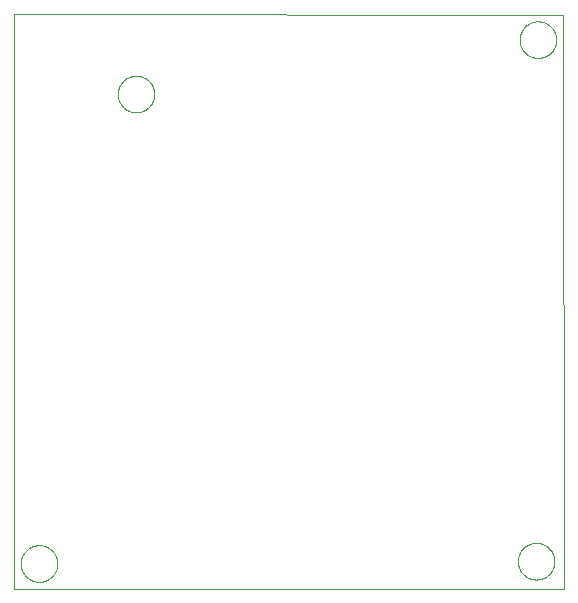
<source format=gbo>
G75*
%MOIN*%
%OFA0B0*%
%FSLAX25Y25*%
%IPPOS*%
%LPD*%
%AMOC8*
5,1,8,0,0,1.08239X$1,22.5*
%
%ADD10C,0.00000*%
D10*
X0006767Y0002139D02*
X0006829Y0193509D01*
X0189917Y0193413D01*
X0190175Y0002107D01*
X0006767Y0002139D01*
X0009099Y0010474D02*
X0009101Y0010630D01*
X0009107Y0010786D01*
X0009117Y0010941D01*
X0009131Y0011096D01*
X0009149Y0011251D01*
X0009171Y0011405D01*
X0009196Y0011559D01*
X0009226Y0011712D01*
X0009260Y0011864D01*
X0009297Y0012016D01*
X0009338Y0012166D01*
X0009383Y0012315D01*
X0009432Y0012463D01*
X0009485Y0012610D01*
X0009541Y0012755D01*
X0009601Y0012899D01*
X0009665Y0013041D01*
X0009733Y0013182D01*
X0009804Y0013320D01*
X0009878Y0013457D01*
X0009956Y0013592D01*
X0010037Y0013725D01*
X0010122Y0013856D01*
X0010210Y0013985D01*
X0010301Y0014111D01*
X0010396Y0014235D01*
X0010493Y0014356D01*
X0010594Y0014475D01*
X0010698Y0014592D01*
X0010804Y0014705D01*
X0010914Y0014816D01*
X0011026Y0014924D01*
X0011141Y0015029D01*
X0011259Y0015132D01*
X0011379Y0015231D01*
X0011502Y0015327D01*
X0011627Y0015420D01*
X0011754Y0015509D01*
X0011884Y0015596D01*
X0012016Y0015679D01*
X0012150Y0015758D01*
X0012286Y0015835D01*
X0012424Y0015907D01*
X0012563Y0015977D01*
X0012705Y0016042D01*
X0012848Y0016104D01*
X0012992Y0016162D01*
X0013138Y0016217D01*
X0013286Y0016268D01*
X0013434Y0016315D01*
X0013584Y0016358D01*
X0013735Y0016397D01*
X0013887Y0016433D01*
X0014039Y0016464D01*
X0014193Y0016492D01*
X0014347Y0016516D01*
X0014501Y0016536D01*
X0014656Y0016552D01*
X0014812Y0016564D01*
X0014967Y0016572D01*
X0015123Y0016576D01*
X0015279Y0016576D01*
X0015435Y0016572D01*
X0015590Y0016564D01*
X0015746Y0016552D01*
X0015901Y0016536D01*
X0016055Y0016516D01*
X0016209Y0016492D01*
X0016363Y0016464D01*
X0016515Y0016433D01*
X0016667Y0016397D01*
X0016818Y0016358D01*
X0016968Y0016315D01*
X0017116Y0016268D01*
X0017264Y0016217D01*
X0017410Y0016162D01*
X0017554Y0016104D01*
X0017697Y0016042D01*
X0017839Y0015977D01*
X0017978Y0015907D01*
X0018116Y0015835D01*
X0018252Y0015758D01*
X0018386Y0015679D01*
X0018518Y0015596D01*
X0018648Y0015509D01*
X0018775Y0015420D01*
X0018900Y0015327D01*
X0019023Y0015231D01*
X0019143Y0015132D01*
X0019261Y0015029D01*
X0019376Y0014924D01*
X0019488Y0014816D01*
X0019598Y0014705D01*
X0019704Y0014592D01*
X0019808Y0014475D01*
X0019909Y0014356D01*
X0020006Y0014235D01*
X0020101Y0014111D01*
X0020192Y0013985D01*
X0020280Y0013856D01*
X0020365Y0013725D01*
X0020446Y0013592D01*
X0020524Y0013457D01*
X0020598Y0013320D01*
X0020669Y0013182D01*
X0020737Y0013041D01*
X0020801Y0012899D01*
X0020861Y0012755D01*
X0020917Y0012610D01*
X0020970Y0012463D01*
X0021019Y0012315D01*
X0021064Y0012166D01*
X0021105Y0012016D01*
X0021142Y0011864D01*
X0021176Y0011712D01*
X0021206Y0011559D01*
X0021231Y0011405D01*
X0021253Y0011251D01*
X0021271Y0011096D01*
X0021285Y0010941D01*
X0021295Y0010786D01*
X0021301Y0010630D01*
X0021303Y0010474D01*
X0021301Y0010318D01*
X0021295Y0010162D01*
X0021285Y0010007D01*
X0021271Y0009852D01*
X0021253Y0009697D01*
X0021231Y0009543D01*
X0021206Y0009389D01*
X0021176Y0009236D01*
X0021142Y0009084D01*
X0021105Y0008932D01*
X0021064Y0008782D01*
X0021019Y0008633D01*
X0020970Y0008485D01*
X0020917Y0008338D01*
X0020861Y0008193D01*
X0020801Y0008049D01*
X0020737Y0007907D01*
X0020669Y0007766D01*
X0020598Y0007628D01*
X0020524Y0007491D01*
X0020446Y0007356D01*
X0020365Y0007223D01*
X0020280Y0007092D01*
X0020192Y0006963D01*
X0020101Y0006837D01*
X0020006Y0006713D01*
X0019909Y0006592D01*
X0019808Y0006473D01*
X0019704Y0006356D01*
X0019598Y0006243D01*
X0019488Y0006132D01*
X0019376Y0006024D01*
X0019261Y0005919D01*
X0019143Y0005816D01*
X0019023Y0005717D01*
X0018900Y0005621D01*
X0018775Y0005528D01*
X0018648Y0005439D01*
X0018518Y0005352D01*
X0018386Y0005269D01*
X0018252Y0005190D01*
X0018116Y0005113D01*
X0017978Y0005041D01*
X0017839Y0004971D01*
X0017697Y0004906D01*
X0017554Y0004844D01*
X0017410Y0004786D01*
X0017264Y0004731D01*
X0017116Y0004680D01*
X0016968Y0004633D01*
X0016818Y0004590D01*
X0016667Y0004551D01*
X0016515Y0004515D01*
X0016363Y0004484D01*
X0016209Y0004456D01*
X0016055Y0004432D01*
X0015901Y0004412D01*
X0015746Y0004396D01*
X0015590Y0004384D01*
X0015435Y0004376D01*
X0015279Y0004372D01*
X0015123Y0004372D01*
X0014967Y0004376D01*
X0014812Y0004384D01*
X0014656Y0004396D01*
X0014501Y0004412D01*
X0014347Y0004432D01*
X0014193Y0004456D01*
X0014039Y0004484D01*
X0013887Y0004515D01*
X0013735Y0004551D01*
X0013584Y0004590D01*
X0013434Y0004633D01*
X0013286Y0004680D01*
X0013138Y0004731D01*
X0012992Y0004786D01*
X0012848Y0004844D01*
X0012705Y0004906D01*
X0012563Y0004971D01*
X0012424Y0005041D01*
X0012286Y0005113D01*
X0012150Y0005190D01*
X0012016Y0005269D01*
X0011884Y0005352D01*
X0011754Y0005439D01*
X0011627Y0005528D01*
X0011502Y0005621D01*
X0011379Y0005717D01*
X0011259Y0005816D01*
X0011141Y0005919D01*
X0011026Y0006024D01*
X0010914Y0006132D01*
X0010804Y0006243D01*
X0010698Y0006356D01*
X0010594Y0006473D01*
X0010493Y0006592D01*
X0010396Y0006713D01*
X0010301Y0006837D01*
X0010210Y0006963D01*
X0010122Y0007092D01*
X0010037Y0007223D01*
X0009956Y0007356D01*
X0009878Y0007491D01*
X0009804Y0007628D01*
X0009733Y0007766D01*
X0009665Y0007907D01*
X0009601Y0008049D01*
X0009541Y0008193D01*
X0009485Y0008338D01*
X0009432Y0008485D01*
X0009383Y0008633D01*
X0009338Y0008782D01*
X0009297Y0008932D01*
X0009260Y0009084D01*
X0009226Y0009236D01*
X0009196Y0009389D01*
X0009171Y0009543D01*
X0009149Y0009697D01*
X0009131Y0009852D01*
X0009117Y0010007D01*
X0009107Y0010162D01*
X0009101Y0010318D01*
X0009099Y0010474D01*
X0041414Y0166952D02*
X0041416Y0167108D01*
X0041422Y0167264D01*
X0041432Y0167419D01*
X0041446Y0167574D01*
X0041464Y0167729D01*
X0041486Y0167883D01*
X0041511Y0168037D01*
X0041541Y0168190D01*
X0041575Y0168342D01*
X0041612Y0168494D01*
X0041653Y0168644D01*
X0041698Y0168793D01*
X0041747Y0168941D01*
X0041800Y0169088D01*
X0041856Y0169233D01*
X0041916Y0169377D01*
X0041980Y0169519D01*
X0042048Y0169660D01*
X0042119Y0169798D01*
X0042193Y0169935D01*
X0042271Y0170070D01*
X0042352Y0170203D01*
X0042437Y0170334D01*
X0042525Y0170463D01*
X0042616Y0170589D01*
X0042711Y0170713D01*
X0042808Y0170834D01*
X0042909Y0170953D01*
X0043013Y0171070D01*
X0043119Y0171183D01*
X0043229Y0171294D01*
X0043341Y0171402D01*
X0043456Y0171507D01*
X0043574Y0171610D01*
X0043694Y0171709D01*
X0043817Y0171805D01*
X0043942Y0171898D01*
X0044069Y0171987D01*
X0044199Y0172074D01*
X0044331Y0172157D01*
X0044465Y0172236D01*
X0044601Y0172313D01*
X0044739Y0172385D01*
X0044878Y0172455D01*
X0045020Y0172520D01*
X0045163Y0172582D01*
X0045307Y0172640D01*
X0045453Y0172695D01*
X0045601Y0172746D01*
X0045749Y0172793D01*
X0045899Y0172836D01*
X0046050Y0172875D01*
X0046202Y0172911D01*
X0046354Y0172942D01*
X0046508Y0172970D01*
X0046662Y0172994D01*
X0046816Y0173014D01*
X0046971Y0173030D01*
X0047127Y0173042D01*
X0047282Y0173050D01*
X0047438Y0173054D01*
X0047594Y0173054D01*
X0047750Y0173050D01*
X0047905Y0173042D01*
X0048061Y0173030D01*
X0048216Y0173014D01*
X0048370Y0172994D01*
X0048524Y0172970D01*
X0048678Y0172942D01*
X0048830Y0172911D01*
X0048982Y0172875D01*
X0049133Y0172836D01*
X0049283Y0172793D01*
X0049431Y0172746D01*
X0049579Y0172695D01*
X0049725Y0172640D01*
X0049869Y0172582D01*
X0050012Y0172520D01*
X0050154Y0172455D01*
X0050293Y0172385D01*
X0050431Y0172313D01*
X0050567Y0172236D01*
X0050701Y0172157D01*
X0050833Y0172074D01*
X0050963Y0171987D01*
X0051090Y0171898D01*
X0051215Y0171805D01*
X0051338Y0171709D01*
X0051458Y0171610D01*
X0051576Y0171507D01*
X0051691Y0171402D01*
X0051803Y0171294D01*
X0051913Y0171183D01*
X0052019Y0171070D01*
X0052123Y0170953D01*
X0052224Y0170834D01*
X0052321Y0170713D01*
X0052416Y0170589D01*
X0052507Y0170463D01*
X0052595Y0170334D01*
X0052680Y0170203D01*
X0052761Y0170070D01*
X0052839Y0169935D01*
X0052913Y0169798D01*
X0052984Y0169660D01*
X0053052Y0169519D01*
X0053116Y0169377D01*
X0053176Y0169233D01*
X0053232Y0169088D01*
X0053285Y0168941D01*
X0053334Y0168793D01*
X0053379Y0168644D01*
X0053420Y0168494D01*
X0053457Y0168342D01*
X0053491Y0168190D01*
X0053521Y0168037D01*
X0053546Y0167883D01*
X0053568Y0167729D01*
X0053586Y0167574D01*
X0053600Y0167419D01*
X0053610Y0167264D01*
X0053616Y0167108D01*
X0053618Y0166952D01*
X0053616Y0166796D01*
X0053610Y0166640D01*
X0053600Y0166485D01*
X0053586Y0166330D01*
X0053568Y0166175D01*
X0053546Y0166021D01*
X0053521Y0165867D01*
X0053491Y0165714D01*
X0053457Y0165562D01*
X0053420Y0165410D01*
X0053379Y0165260D01*
X0053334Y0165111D01*
X0053285Y0164963D01*
X0053232Y0164816D01*
X0053176Y0164671D01*
X0053116Y0164527D01*
X0053052Y0164385D01*
X0052984Y0164244D01*
X0052913Y0164106D01*
X0052839Y0163969D01*
X0052761Y0163834D01*
X0052680Y0163701D01*
X0052595Y0163570D01*
X0052507Y0163441D01*
X0052416Y0163315D01*
X0052321Y0163191D01*
X0052224Y0163070D01*
X0052123Y0162951D01*
X0052019Y0162834D01*
X0051913Y0162721D01*
X0051803Y0162610D01*
X0051691Y0162502D01*
X0051576Y0162397D01*
X0051458Y0162294D01*
X0051338Y0162195D01*
X0051215Y0162099D01*
X0051090Y0162006D01*
X0050963Y0161917D01*
X0050833Y0161830D01*
X0050701Y0161747D01*
X0050567Y0161668D01*
X0050431Y0161591D01*
X0050293Y0161519D01*
X0050154Y0161449D01*
X0050012Y0161384D01*
X0049869Y0161322D01*
X0049725Y0161264D01*
X0049579Y0161209D01*
X0049431Y0161158D01*
X0049283Y0161111D01*
X0049133Y0161068D01*
X0048982Y0161029D01*
X0048830Y0160993D01*
X0048678Y0160962D01*
X0048524Y0160934D01*
X0048370Y0160910D01*
X0048216Y0160890D01*
X0048061Y0160874D01*
X0047905Y0160862D01*
X0047750Y0160854D01*
X0047594Y0160850D01*
X0047438Y0160850D01*
X0047282Y0160854D01*
X0047127Y0160862D01*
X0046971Y0160874D01*
X0046816Y0160890D01*
X0046662Y0160910D01*
X0046508Y0160934D01*
X0046354Y0160962D01*
X0046202Y0160993D01*
X0046050Y0161029D01*
X0045899Y0161068D01*
X0045749Y0161111D01*
X0045601Y0161158D01*
X0045453Y0161209D01*
X0045307Y0161264D01*
X0045163Y0161322D01*
X0045020Y0161384D01*
X0044878Y0161449D01*
X0044739Y0161519D01*
X0044601Y0161591D01*
X0044465Y0161668D01*
X0044331Y0161747D01*
X0044199Y0161830D01*
X0044069Y0161917D01*
X0043942Y0162006D01*
X0043817Y0162099D01*
X0043694Y0162195D01*
X0043574Y0162294D01*
X0043456Y0162397D01*
X0043341Y0162502D01*
X0043229Y0162610D01*
X0043119Y0162721D01*
X0043013Y0162834D01*
X0042909Y0162951D01*
X0042808Y0163070D01*
X0042711Y0163191D01*
X0042616Y0163315D01*
X0042525Y0163441D01*
X0042437Y0163570D01*
X0042352Y0163701D01*
X0042271Y0163834D01*
X0042193Y0163969D01*
X0042119Y0164106D01*
X0042048Y0164244D01*
X0041980Y0164385D01*
X0041916Y0164527D01*
X0041856Y0164671D01*
X0041800Y0164816D01*
X0041747Y0164963D01*
X0041698Y0165111D01*
X0041653Y0165260D01*
X0041612Y0165410D01*
X0041575Y0165562D01*
X0041541Y0165714D01*
X0041511Y0165867D01*
X0041486Y0166021D01*
X0041464Y0166175D01*
X0041446Y0166330D01*
X0041432Y0166485D01*
X0041422Y0166640D01*
X0041416Y0166796D01*
X0041414Y0166952D01*
X0175386Y0185093D02*
X0175388Y0185249D01*
X0175394Y0185405D01*
X0175404Y0185560D01*
X0175418Y0185715D01*
X0175436Y0185870D01*
X0175458Y0186024D01*
X0175483Y0186178D01*
X0175513Y0186331D01*
X0175547Y0186483D01*
X0175584Y0186635D01*
X0175625Y0186785D01*
X0175670Y0186934D01*
X0175719Y0187082D01*
X0175772Y0187229D01*
X0175828Y0187374D01*
X0175888Y0187518D01*
X0175952Y0187660D01*
X0176020Y0187801D01*
X0176091Y0187939D01*
X0176165Y0188076D01*
X0176243Y0188211D01*
X0176324Y0188344D01*
X0176409Y0188475D01*
X0176497Y0188604D01*
X0176588Y0188730D01*
X0176683Y0188854D01*
X0176780Y0188975D01*
X0176881Y0189094D01*
X0176985Y0189211D01*
X0177091Y0189324D01*
X0177201Y0189435D01*
X0177313Y0189543D01*
X0177428Y0189648D01*
X0177546Y0189751D01*
X0177666Y0189850D01*
X0177789Y0189946D01*
X0177914Y0190039D01*
X0178041Y0190128D01*
X0178171Y0190215D01*
X0178303Y0190298D01*
X0178437Y0190377D01*
X0178573Y0190454D01*
X0178711Y0190526D01*
X0178850Y0190596D01*
X0178992Y0190661D01*
X0179135Y0190723D01*
X0179279Y0190781D01*
X0179425Y0190836D01*
X0179573Y0190887D01*
X0179721Y0190934D01*
X0179871Y0190977D01*
X0180022Y0191016D01*
X0180174Y0191052D01*
X0180326Y0191083D01*
X0180480Y0191111D01*
X0180634Y0191135D01*
X0180788Y0191155D01*
X0180943Y0191171D01*
X0181099Y0191183D01*
X0181254Y0191191D01*
X0181410Y0191195D01*
X0181566Y0191195D01*
X0181722Y0191191D01*
X0181877Y0191183D01*
X0182033Y0191171D01*
X0182188Y0191155D01*
X0182342Y0191135D01*
X0182496Y0191111D01*
X0182650Y0191083D01*
X0182802Y0191052D01*
X0182954Y0191016D01*
X0183105Y0190977D01*
X0183255Y0190934D01*
X0183403Y0190887D01*
X0183551Y0190836D01*
X0183697Y0190781D01*
X0183841Y0190723D01*
X0183984Y0190661D01*
X0184126Y0190596D01*
X0184265Y0190526D01*
X0184403Y0190454D01*
X0184539Y0190377D01*
X0184673Y0190298D01*
X0184805Y0190215D01*
X0184935Y0190128D01*
X0185062Y0190039D01*
X0185187Y0189946D01*
X0185310Y0189850D01*
X0185430Y0189751D01*
X0185548Y0189648D01*
X0185663Y0189543D01*
X0185775Y0189435D01*
X0185885Y0189324D01*
X0185991Y0189211D01*
X0186095Y0189094D01*
X0186196Y0188975D01*
X0186293Y0188854D01*
X0186388Y0188730D01*
X0186479Y0188604D01*
X0186567Y0188475D01*
X0186652Y0188344D01*
X0186733Y0188211D01*
X0186811Y0188076D01*
X0186885Y0187939D01*
X0186956Y0187801D01*
X0187024Y0187660D01*
X0187088Y0187518D01*
X0187148Y0187374D01*
X0187204Y0187229D01*
X0187257Y0187082D01*
X0187306Y0186934D01*
X0187351Y0186785D01*
X0187392Y0186635D01*
X0187429Y0186483D01*
X0187463Y0186331D01*
X0187493Y0186178D01*
X0187518Y0186024D01*
X0187540Y0185870D01*
X0187558Y0185715D01*
X0187572Y0185560D01*
X0187582Y0185405D01*
X0187588Y0185249D01*
X0187590Y0185093D01*
X0187588Y0184937D01*
X0187582Y0184781D01*
X0187572Y0184626D01*
X0187558Y0184471D01*
X0187540Y0184316D01*
X0187518Y0184162D01*
X0187493Y0184008D01*
X0187463Y0183855D01*
X0187429Y0183703D01*
X0187392Y0183551D01*
X0187351Y0183401D01*
X0187306Y0183252D01*
X0187257Y0183104D01*
X0187204Y0182957D01*
X0187148Y0182812D01*
X0187088Y0182668D01*
X0187024Y0182526D01*
X0186956Y0182385D01*
X0186885Y0182247D01*
X0186811Y0182110D01*
X0186733Y0181975D01*
X0186652Y0181842D01*
X0186567Y0181711D01*
X0186479Y0181582D01*
X0186388Y0181456D01*
X0186293Y0181332D01*
X0186196Y0181211D01*
X0186095Y0181092D01*
X0185991Y0180975D01*
X0185885Y0180862D01*
X0185775Y0180751D01*
X0185663Y0180643D01*
X0185548Y0180538D01*
X0185430Y0180435D01*
X0185310Y0180336D01*
X0185187Y0180240D01*
X0185062Y0180147D01*
X0184935Y0180058D01*
X0184805Y0179971D01*
X0184673Y0179888D01*
X0184539Y0179809D01*
X0184403Y0179732D01*
X0184265Y0179660D01*
X0184126Y0179590D01*
X0183984Y0179525D01*
X0183841Y0179463D01*
X0183697Y0179405D01*
X0183551Y0179350D01*
X0183403Y0179299D01*
X0183255Y0179252D01*
X0183105Y0179209D01*
X0182954Y0179170D01*
X0182802Y0179134D01*
X0182650Y0179103D01*
X0182496Y0179075D01*
X0182342Y0179051D01*
X0182188Y0179031D01*
X0182033Y0179015D01*
X0181877Y0179003D01*
X0181722Y0178995D01*
X0181566Y0178991D01*
X0181410Y0178991D01*
X0181254Y0178995D01*
X0181099Y0179003D01*
X0180943Y0179015D01*
X0180788Y0179031D01*
X0180634Y0179051D01*
X0180480Y0179075D01*
X0180326Y0179103D01*
X0180174Y0179134D01*
X0180022Y0179170D01*
X0179871Y0179209D01*
X0179721Y0179252D01*
X0179573Y0179299D01*
X0179425Y0179350D01*
X0179279Y0179405D01*
X0179135Y0179463D01*
X0178992Y0179525D01*
X0178850Y0179590D01*
X0178711Y0179660D01*
X0178573Y0179732D01*
X0178437Y0179809D01*
X0178303Y0179888D01*
X0178171Y0179971D01*
X0178041Y0180058D01*
X0177914Y0180147D01*
X0177789Y0180240D01*
X0177666Y0180336D01*
X0177546Y0180435D01*
X0177428Y0180538D01*
X0177313Y0180643D01*
X0177201Y0180751D01*
X0177091Y0180862D01*
X0176985Y0180975D01*
X0176881Y0181092D01*
X0176780Y0181211D01*
X0176683Y0181332D01*
X0176588Y0181456D01*
X0176497Y0181582D01*
X0176409Y0181711D01*
X0176324Y0181842D01*
X0176243Y0181975D01*
X0176165Y0182110D01*
X0176091Y0182247D01*
X0176020Y0182385D01*
X0175952Y0182526D01*
X0175888Y0182668D01*
X0175828Y0182812D01*
X0175772Y0182957D01*
X0175719Y0183104D01*
X0175670Y0183252D01*
X0175625Y0183401D01*
X0175584Y0183551D01*
X0175547Y0183703D01*
X0175513Y0183855D01*
X0175483Y0184008D01*
X0175458Y0184162D01*
X0175436Y0184316D01*
X0175418Y0184471D01*
X0175404Y0184626D01*
X0175394Y0184781D01*
X0175388Y0184937D01*
X0175386Y0185093D01*
X0174808Y0011246D02*
X0174810Y0011402D01*
X0174816Y0011558D01*
X0174826Y0011713D01*
X0174840Y0011868D01*
X0174858Y0012023D01*
X0174880Y0012177D01*
X0174905Y0012331D01*
X0174935Y0012484D01*
X0174969Y0012636D01*
X0175006Y0012788D01*
X0175047Y0012938D01*
X0175092Y0013087D01*
X0175141Y0013235D01*
X0175194Y0013382D01*
X0175250Y0013527D01*
X0175310Y0013671D01*
X0175374Y0013813D01*
X0175442Y0013954D01*
X0175513Y0014092D01*
X0175587Y0014229D01*
X0175665Y0014364D01*
X0175746Y0014497D01*
X0175831Y0014628D01*
X0175919Y0014757D01*
X0176010Y0014883D01*
X0176105Y0015007D01*
X0176202Y0015128D01*
X0176303Y0015247D01*
X0176407Y0015364D01*
X0176513Y0015477D01*
X0176623Y0015588D01*
X0176735Y0015696D01*
X0176850Y0015801D01*
X0176968Y0015904D01*
X0177088Y0016003D01*
X0177211Y0016099D01*
X0177336Y0016192D01*
X0177463Y0016281D01*
X0177593Y0016368D01*
X0177725Y0016451D01*
X0177859Y0016530D01*
X0177995Y0016607D01*
X0178133Y0016679D01*
X0178272Y0016749D01*
X0178414Y0016814D01*
X0178557Y0016876D01*
X0178701Y0016934D01*
X0178847Y0016989D01*
X0178995Y0017040D01*
X0179143Y0017087D01*
X0179293Y0017130D01*
X0179444Y0017169D01*
X0179596Y0017205D01*
X0179748Y0017236D01*
X0179902Y0017264D01*
X0180056Y0017288D01*
X0180210Y0017308D01*
X0180365Y0017324D01*
X0180521Y0017336D01*
X0180676Y0017344D01*
X0180832Y0017348D01*
X0180988Y0017348D01*
X0181144Y0017344D01*
X0181299Y0017336D01*
X0181455Y0017324D01*
X0181610Y0017308D01*
X0181764Y0017288D01*
X0181918Y0017264D01*
X0182072Y0017236D01*
X0182224Y0017205D01*
X0182376Y0017169D01*
X0182527Y0017130D01*
X0182677Y0017087D01*
X0182825Y0017040D01*
X0182973Y0016989D01*
X0183119Y0016934D01*
X0183263Y0016876D01*
X0183406Y0016814D01*
X0183548Y0016749D01*
X0183687Y0016679D01*
X0183825Y0016607D01*
X0183961Y0016530D01*
X0184095Y0016451D01*
X0184227Y0016368D01*
X0184357Y0016281D01*
X0184484Y0016192D01*
X0184609Y0016099D01*
X0184732Y0016003D01*
X0184852Y0015904D01*
X0184970Y0015801D01*
X0185085Y0015696D01*
X0185197Y0015588D01*
X0185307Y0015477D01*
X0185413Y0015364D01*
X0185517Y0015247D01*
X0185618Y0015128D01*
X0185715Y0015007D01*
X0185810Y0014883D01*
X0185901Y0014757D01*
X0185989Y0014628D01*
X0186074Y0014497D01*
X0186155Y0014364D01*
X0186233Y0014229D01*
X0186307Y0014092D01*
X0186378Y0013954D01*
X0186446Y0013813D01*
X0186510Y0013671D01*
X0186570Y0013527D01*
X0186626Y0013382D01*
X0186679Y0013235D01*
X0186728Y0013087D01*
X0186773Y0012938D01*
X0186814Y0012788D01*
X0186851Y0012636D01*
X0186885Y0012484D01*
X0186915Y0012331D01*
X0186940Y0012177D01*
X0186962Y0012023D01*
X0186980Y0011868D01*
X0186994Y0011713D01*
X0187004Y0011558D01*
X0187010Y0011402D01*
X0187012Y0011246D01*
X0187010Y0011090D01*
X0187004Y0010934D01*
X0186994Y0010779D01*
X0186980Y0010624D01*
X0186962Y0010469D01*
X0186940Y0010315D01*
X0186915Y0010161D01*
X0186885Y0010008D01*
X0186851Y0009856D01*
X0186814Y0009704D01*
X0186773Y0009554D01*
X0186728Y0009405D01*
X0186679Y0009257D01*
X0186626Y0009110D01*
X0186570Y0008965D01*
X0186510Y0008821D01*
X0186446Y0008679D01*
X0186378Y0008538D01*
X0186307Y0008400D01*
X0186233Y0008263D01*
X0186155Y0008128D01*
X0186074Y0007995D01*
X0185989Y0007864D01*
X0185901Y0007735D01*
X0185810Y0007609D01*
X0185715Y0007485D01*
X0185618Y0007364D01*
X0185517Y0007245D01*
X0185413Y0007128D01*
X0185307Y0007015D01*
X0185197Y0006904D01*
X0185085Y0006796D01*
X0184970Y0006691D01*
X0184852Y0006588D01*
X0184732Y0006489D01*
X0184609Y0006393D01*
X0184484Y0006300D01*
X0184357Y0006211D01*
X0184227Y0006124D01*
X0184095Y0006041D01*
X0183961Y0005962D01*
X0183825Y0005885D01*
X0183687Y0005813D01*
X0183548Y0005743D01*
X0183406Y0005678D01*
X0183263Y0005616D01*
X0183119Y0005558D01*
X0182973Y0005503D01*
X0182825Y0005452D01*
X0182677Y0005405D01*
X0182527Y0005362D01*
X0182376Y0005323D01*
X0182224Y0005287D01*
X0182072Y0005256D01*
X0181918Y0005228D01*
X0181764Y0005204D01*
X0181610Y0005184D01*
X0181455Y0005168D01*
X0181299Y0005156D01*
X0181144Y0005148D01*
X0180988Y0005144D01*
X0180832Y0005144D01*
X0180676Y0005148D01*
X0180521Y0005156D01*
X0180365Y0005168D01*
X0180210Y0005184D01*
X0180056Y0005204D01*
X0179902Y0005228D01*
X0179748Y0005256D01*
X0179596Y0005287D01*
X0179444Y0005323D01*
X0179293Y0005362D01*
X0179143Y0005405D01*
X0178995Y0005452D01*
X0178847Y0005503D01*
X0178701Y0005558D01*
X0178557Y0005616D01*
X0178414Y0005678D01*
X0178272Y0005743D01*
X0178133Y0005813D01*
X0177995Y0005885D01*
X0177859Y0005962D01*
X0177725Y0006041D01*
X0177593Y0006124D01*
X0177463Y0006211D01*
X0177336Y0006300D01*
X0177211Y0006393D01*
X0177088Y0006489D01*
X0176968Y0006588D01*
X0176850Y0006691D01*
X0176735Y0006796D01*
X0176623Y0006904D01*
X0176513Y0007015D01*
X0176407Y0007128D01*
X0176303Y0007245D01*
X0176202Y0007364D01*
X0176105Y0007485D01*
X0176010Y0007609D01*
X0175919Y0007735D01*
X0175831Y0007864D01*
X0175746Y0007995D01*
X0175665Y0008128D01*
X0175587Y0008263D01*
X0175513Y0008400D01*
X0175442Y0008538D01*
X0175374Y0008679D01*
X0175310Y0008821D01*
X0175250Y0008965D01*
X0175194Y0009110D01*
X0175141Y0009257D01*
X0175092Y0009405D01*
X0175047Y0009554D01*
X0175006Y0009704D01*
X0174969Y0009856D01*
X0174935Y0010008D01*
X0174905Y0010161D01*
X0174880Y0010315D01*
X0174858Y0010469D01*
X0174840Y0010624D01*
X0174826Y0010779D01*
X0174816Y0010934D01*
X0174810Y0011090D01*
X0174808Y0011246D01*
M02*

</source>
